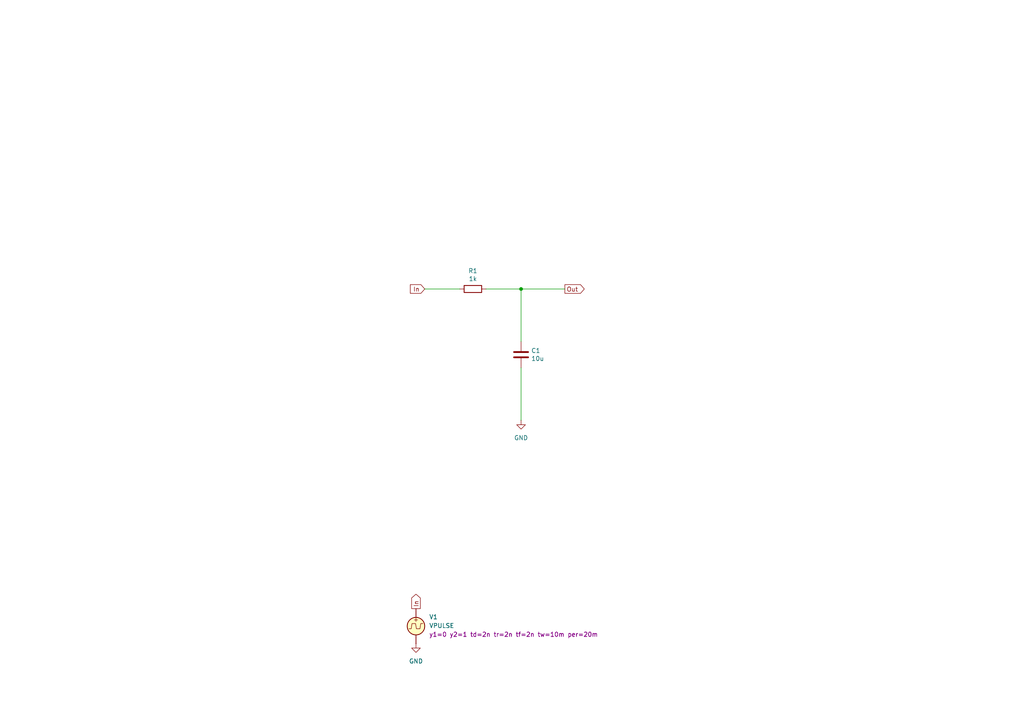
<source format=kicad_sch>
(kicad_sch (version 20250114) (generator "eeschema") (generator_version "9.0")
  (paper "A4")
  (title_block (title "Simulation, Transientanalyze with pulse") (date "2025-09-13") (company "GitHub/OJStuff"))
  (lib_symbols
    (symbol "Device:C" (pin_numbers (hide yes)) (pin_names (offset 0.254))
      (property "Reference" "C" (at 0.635 2.54 0))
      (property "Value" "C" (at 0.635 -2.54 0))
      (symbol "C_0_1"
        (polyline (pts (xy -2.032 0.762) (xy 2.032 0.762)) (stroke (width 0.508)))
        (polyline (pts (xy -2.032 -0.762) (xy 2.032 -0.762)) (stroke (width 0.508)))
      )
      (symbol "C_1_1"
        (pin passive line (at 0 3.81 270) (length 2.794) (name "~") (number "1"))
        (pin passive line (at 0 -3.81 90) (length 2.794) (name "~") (number "2"))
      )
    )
    (symbol "Device:R" (pin_numbers (hide yes)) (pin_names (offset 0))
      (property "Reference" "R" (at 2.032 0 90))
      (property "Value" "R" (at 0 0 90))
      (symbol "R_0_1"
        (rectangle (start -1.016 -2.54) (end 1.016 2.54) (stroke (width 0.254)))
      )
      (symbol "R_1_1"
        (pin passive line (at 0 3.81 270) (length 1.27) (name "~") (number "1"))
        (pin passive line (at 0 -3.81 90) (length 1.27) (name "~") (number "2"))
      )
    )
    (symbol "GND_1" (power) (pin_numbers (hide yes)) (pin_names (offset 0) (hide yes))
      (property "Value" "GND" (at 0 -3.81 0))
      (symbol "GND_1_0_1"
        (polyline (pts (xy 0 0) (xy 0 -1.27) (xy 1.27 -1.27) (xy 0 -2.54) (xy -1.27 -1.27) (xy 0 -1.27)))
      )
      (symbol "GND_1_1_1"
        (pin power_in line (at 0 0 270) (length 0) (name "~") (number "1"))
      )
    )
    (symbol "VPULSE_1" (pin_numbers (hide yes)) (pin_names (offset 0.0254))
      (property "Reference" "V" (at 2.54 2.54 0))
      (property "Value" "VPULSE" (at 2.54 0 0))
      (property "Sim.Params" "y1=0 y2=1 td=2n tr=2n tf=2n tw=50n per=100n" (at 2.54 -2.54 0))
      (symbol "VPULSE_1_0_0"
        (polyline (pts (xy -2.032 -0.762) (xy -1.397 -0.762) (xy -1.143 0.762) (xy -0.127 0.762) (xy 0.127 -0.762) (xy 1.143 -0.762) (xy 1.397 0.762) (xy 2.032 0.762)))
        (text "+" (at 0 1.905 0) (effects (font (size 1.27 1.27))))
      )
      (symbol "VPULSE_1_0_1"
        (circle (center 0 0) (radius 2.54) (stroke (width 0.254)) (fill (type background)))
      )
      (symbol "VPULSE_1_1_1"
        (pin passive line (at 0 5.08 270) (length 2.54) (name "~") (number "1"))
        (pin passive line (at 0 -5.08 90) (length 2.54) (name "~") (number "2"))
      )
    )
  )
  (junction (at 151.13 83.82))
  (wire (pts (xy 151.13 83.82) (xy 151.13 99.06)))
  (wire (pts (xy 151.13 83.82) (xy 163.83 83.82)))
  (wire (pts (xy 140.97 83.82) (xy 151.13 83.82)))
  (wire (pts (xy 151.13 106.68) (xy 151.13 121.92)))
  (wire (pts (xy 123.19 83.82) (xy 133.35 83.82)))
  (global_label "In" (shape output) (at 120.65 176.53 90) (property "Intersheetrefs" "${INTERSHEET_REFS}" (effects (hide yes))))
  (global_label "In" (shape input) (at 123.19 83.82 180) (property "Intersheetrefs" "${INTERSHEET_REFS}" (effects (hide yes))))
  (global_label "Out" (shape output) (at 163.83 83.82 0) (property "Intersheetrefs" "${INTERSHEET_REFS}" (effects (hide yes))))
  (symbol (lib_name "GND_1") (lib_id "power:GND") (at 120.65 186.69 0) (unit 1)
    (property "Reference" "#PWR03" (effects (hide yes)))
    (property "Value" "GND" (at 120.65 191.77 0))
    (property "Description" "Power symbol creates a global label with name \"GND\" , ground" (effects (hide yes)))
  )
  (symbol (lib_id "Device:R") (at 137.16 83.82 270) (unit 1)
    (property "Reference" "R1" (at 137.16 78.5622 90))
    (property "Value" "1k" (at 137.16 80.8736 90))
  )
  (symbol (lib_id "Device:C") (at 151.13 102.87 0) (unit 1)
    (property "Reference" "C1" (at 154.051 101.7016 0) (effects (justify left)))
    (property "Value" "10u" (at 154.051 104.013 0) (effects (justify left)))
  )
  (symbol (lib_name "GND_1") (lib_id "power:GND") (at 151.13 121.92 0) (unit 1)
    (property "Reference" "#PWR02" (effects (hide yes)))
    (property "Value" "GND" (at 151.13 127 0))
    (property "Description" "Power symbol creates a global label with name \"GND\" , ground" (effects (hide yes)))
  )
  (symbol (lib_name "VPULSE_1") (lib_id "Simulation_SPICE:VPULSE") (at 120.65 181.61 0) (unit 1)
    (property "Reference" "V1" (at 124.46 178.9401 0) (effects (justify left)))
    (property "Value" "VPULSE" (at 124.46 181.4801 0) (effects (justify left)))
    (property "Datasheet" "https://ngspice.sourceforge.io/docs/ngspice-html-manual/manual.xhtml#sec_Independent_Sources_for" (effects (hide yes)))
    (property "Description" "Voltage source, pulse" (effects (hide yes)))
    (property "Sim.Pins" "1=+ 2=-" (effects (hide yes)))
    (property "Sim.Type" "PULSE" (effects (hide yes)))
    (property "Sim.Device" "V" (effects (hide yes)))
    (property "Sim.Params" "y1=0 y2=1 td=2n tr=2n tf=2n tw=10m per=20m" (at 124.46 184.0201 0) (effects (justify left)))
  )
)
</source>
